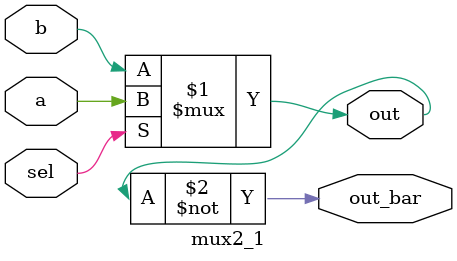
<source format=v>
module mux2_1(a,
              b,
              sel,
              out,
              out_bar);
    input a,b,sel;
    output out, out_bar;
    
    assign out     = sel ? a : b;
    assign out_bar = ~out;
endmodule
    
    
    

</source>
